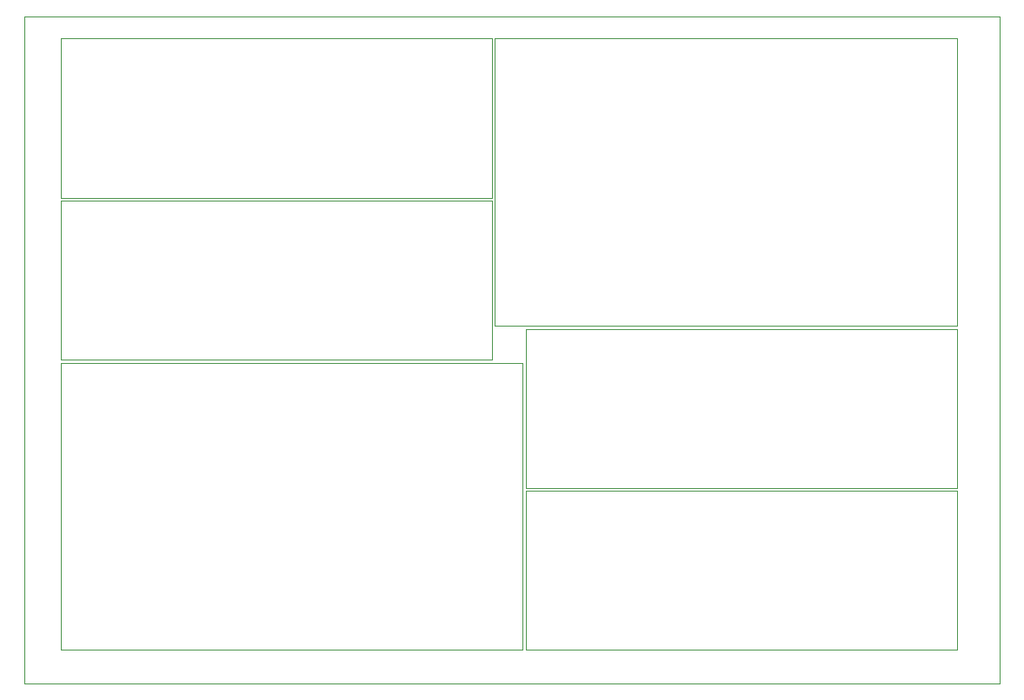
<source format=gko>
G04*
G04 #@! TF.GenerationSoftware,Altium Limited,Altium Designer,22.10.1 (41)*
G04*
G04 Layer_Color=16711935*
%FSTAX24Y24*%
%MOIN*%
G70*
G04*
G04 #@! TF.SameCoordinates,A34DC46A-7450-461F-AC4F-9E147ECCBACE*
G04*
G04*
G04 #@! TF.FilePolarity,Positive*
G04*
G01*
G75*
%ADD85C,0.0004*%
D85*
X002548Y002659D02*
X03995D01*
X002548Y02825D02*
X03995D01*
Y002659D02*
Y02825D01*
X002548Y002659D02*
Y02825D01*
X020591Y016378D02*
X038307D01*
X020591Y027402D02*
X038307D01*
Y016378D02*
Y027402D01*
X020591Y016378D02*
Y027402D01*
X003937Y003937D02*
X021654D01*
X003937Y014961D02*
X021654D01*
Y003937D02*
Y014961D01*
X003937Y003937D02*
Y014961D01*
X020472Y021299D02*
Y027402D01*
X003937Y021299D02*
X020472D01*
X003937D02*
Y027402D01*
X020472D01*
X021772Y010039D02*
Y003937D01*
X038307Y010039D02*
X021772D01*
X038307D02*
Y003937D01*
X021772D01*
X003937Y021181D02*
X020472D01*
Y015079D02*
Y021181D01*
X003937Y015079D02*
X020472D01*
X003937D02*
Y021181D01*
X038307Y010157D02*
X021772D01*
Y01626D02*
Y010157D01*
X038307Y01626D02*
X021772D01*
X038307D02*
Y010157D01*
M02*

</source>
